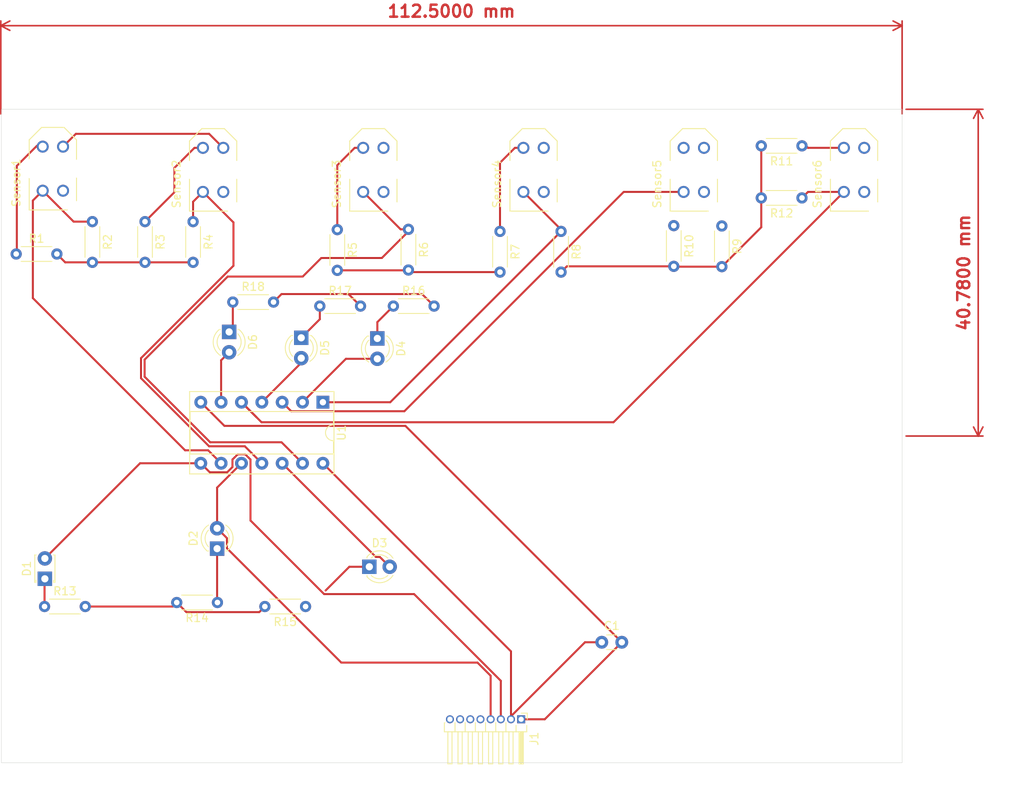
<source format=kicad_pcb>
(kicad_pcb (version 20240108) (generator "pcbnew") (generator_version "8.0")
  (layers (0 "F.Cu" signal) (31 "B.Cu" signal) (34 "B.Paste" user) (35 "F.Paste" user) (36 "B.SilkS" user "B.Silkscreen") (37 "F.SilkS" user "F.Silkscreen") (38 "B.Mask" user) (39 "F.Mask" user) (44 "Edge.Cuts" user))
  (net 0 "")
  (net 1 "vcc")
  (net 2 "GND")
  (net 3 "Net-(D1-K)")
  (net 4 "/Led_Sensor1")
  (net 5 "Net-(D2-K)")
  (net 6 "/Led_Sensor2")
  (net 7 "/Led_Sensor3")
  (net 8 "Net-(D3-K)")
  (net 9 "/Led_Sensor4")
  (net 10 "Net-(D4-K)")
  (net 11 "/Led_Sensor5")
  (net 12 "Net-(D5-K)")
  (net 13 "/Led_Sensor6")
  (net 14 "Net-(D6-K)")
  (net 15 "Net-(R1-Pad1)")
  (net 16 "/Sensor1")
  (net 17 "Net-(R3-Pad1)")
  (net 18 "/Sensor2")
  (net 19 "Net-(R5-Pad1)")
  (net 20 "/Sensor3")
  (net 21 "Net-(R7-Pad1)")
  (net 22 "/Sensor4")
  (net 23 "Net-(R9-Pad1)")
  (net 24 "/Sensor5")
  (net 25 "Net-(R11-Pad1)")
  (net 26 "/Sensor6")
  (footprint "Resistor_THT:R_Axial_DIN0204_L3.6mm_D1.6mm_P5.08mm_Horizontal" (layer "F.Cu") (at 138.43 43.18 -90)
    (property "Reference" "R8" (at 2.54 -1.92 90) (layer "F.SilkS"))
    (property "Value" "R")
    (fp_line (start 0.62 0.92) (end 4.46 0.92) (stroke (width 0.12)) (layer "F.SilkS"))
    (fp_line (start 0.62 -0.92) (end 4.46 -0.92) (stroke (width 0.12)) (layer "F.SilkS"))
    (pad "1" thru_hole circle (at 0 0 270) (size 1.4 1.4) (drill 0.7) (layers "*.Cu" "*.Mask") (net 22 "/Sensor4"))
    (pad "2" thru_hole oval (at 5.08 0 270) (size 1.4 1.4) (drill 0.7) (layers "*.Cu" "*.Mask") (net 1 "vcc"))
  )
  (footprint "Connector_PinHeader_1.27mm:PinHeader_1x08_P1.27mm_Horizontal" (layer "F.Cu") (at 133.45 104.075 -90)
    (property "Reference" "J1" (at 2.4325 -1.635 90) (layer "F.SilkS"))
    (property "Value" "Conn_01x08_Pin")
    (fp_line (start 0.44 9.585) (end 0.44 9.509677) (stroke (width 0.12)) (layer "F.SilkS"))
    (fp_line (start 1.56 9.585) (end 0.44 9.585) (stroke (width 0.12)) (layer "F.SilkS"))
    (fp_line (start 5.56 9.15) (end 1.56 9.15) (stroke (width 0.12)) (layer "F.SilkS"))
    (fp_line (start 1.56 8.63) (end 5.56 8.63) (stroke (width 0.12)) (layer "F.SilkS"))
    (fp_line (start 5.56 8.63) (end 5.56 9.15) (stroke (width 0.12)) (layer "F.SilkS"))
    (fp_line (start 0.44 8.255) (end 1.56 8.255) (stroke (width 0.12)) (layer "F.SilkS"))
    (fp_line (start 0.44 8.239677) (end 0.44 8.270323) (stroke (width 0.12)) (layer "F.SilkS"))
    (fp_line (start 5.56 7.88) (end 1.56 7.88) (stroke (width 0.12)) (layer "F.SilkS"))
    (fp_line (start 1.56 7.36) (end 5.56 7.36) (stroke (width 0.12)) (layer "F.SilkS"))
    (fp_line (start 5.56 7.36) (end 5.56 7.88) (stroke (width 0.12)) (layer "F.SilkS"))
    (fp_line (start 0.44 6.985) (end 1.56 6.985) (stroke (width 0.12)) (layer "F.SilkS"))
    (fp_line (start 0.44 6.969677) (end 0.44 7.000323) (stroke (width 0.12)) (layer "F.SilkS"))
    (fp_line (start 5.56 6.61) (end 1.56 6.61) (stroke (width 0.12)) (layer "F.SilkS"))
    (fp_line (start 1.56 6.09) (end 5.56 6.09) (stroke (width 0.12)) (layer "F.SilkS"))
    (fp_line (start 5.56 6.09) (end 5.56 6.61) (stroke (width 0.12)) (layer "F.SilkS"))
    (fp_line (start 0.44 5.715) (end 1.56 5.715) (stroke (width 0.12)) (layer "F.SilkS"))
    (fp_line (start 0.44 5.699677) (end 0.44 5.730323) (stroke (width 0.12)) (layer "F.SilkS"))
    (fp_line (start 5.56 5.34) (end 1.56 5.34) (stroke (width 0.12)) (layer "F.SilkS"))
    (fp_line (start 1.56 4.82) (end 5.56 4.82) (stroke (width 0.12)) (layer "F.SilkS"))
    (fp_line (start 5.56 4.82) (end 5.56 5.34) (stroke (width 0.12)) (layer "F.SilkS"))
    (fp_line (start 0.44 4.445) (end 1.56 4.445) (stroke (width 0.12)) (layer "F.SilkS"))
    (fp_line (start 0.44 4.429677) (end 0.44 4.460323) (stroke (width 0.12)) (layer "F.SilkS"))
    (fp_line (start 5.56 4.07) (end 1.56 4.07) (stroke (width 0.12)) (layer "F.SilkS"))
    (fp_line (start 1.56 3.55) (end 5.56 3.55) (stroke (width 0.12)) (layer "F.SilkS"))
    (fp_line (start 5.56 3.55) (end 5.56 4.07) (stroke (width 0.12)) (layer "F.SilkS"))
    (fp_line (start 0.44 3.175) (end 1.56 3.175) (stroke (width 0.12)) (layer "F.SilkS"))
    (fp_line (start 0.44 3.159677) (end 0.44 3.190323) (stroke (width 0.12)) (layer "F.SilkS"))
    (fp_line (start 5.56 2.8) (end 1.56 2.8) (stroke (width 0.12)) (layer "F.SilkS"))
    (fp_line (start 1.56 2.28) (end 5.56 2.28) (stroke (width 0.12)) (layer "F.SilkS"))
    (fp_line (start 5.56 2.28) (end 5.56 2.8) (stroke (width 0.12)) (layer "F.SilkS"))
    (fp_line (start 0.44 1.905) (end 1.56 1.905) (stroke (width 0.12)) (layer "F.SilkS"))
    (fp_line (start 0.44 1.889677) (end 0.44 1.920323) (stroke (width 0.12)) (layer "F.SilkS"))
    (fp_line (start 5.56 1.53) (end 1.56 1.53) (stroke (width 0.12)) (layer "F.SilkS"))
    (fp_line (start 1.56 1.01) (end 5.56 1.01) (stroke (width 0.12)) (layer "F.SilkS"))
    (fp_line (start 5.56 1.01) (end 5.56 1.53) (stroke (width 0.12)) (layer "F.SilkS"))
    (fp_line (start 0.76 0.635) (end 1.56 0.635) (stroke (width 0.12)) (layer "F.SilkS"))
    (fp_line (start 5.56 0.26) (end 1.56 0.26) (stroke (width 0.12)) (layer "F.SilkS"))
    (fp_line (start 1.56 0.16) (end 5.56 0.16) (stroke (width 0.12)) (layer "F.SilkS"))
    (fp_line (start 1.56 0.04) (end 5.56 0.04) (stroke (width 0.12)) (layer "F.SilkS"))
    (fp_line (start -0.76 0) (end -0.76 -0.76) (stroke (width 0.12)) (layer "F.SilkS"))
    (fp_line (start 1.56 -0.08) (end 5.56 -0.08) (stroke (width 0.12)) (layer "F.SilkS"))
    (fp_line (start 1.56 -0.2) (end 5.56 -0.2) (stroke (width 0.12)) (layer "F.SilkS"))
    (fp_line (start 1.56 -0.26) (end 5.56 -0.26) (stroke (width 0.12)) (layer "F.SilkS"))
    (fp_line (start 5.56 -0.26) (end 5.56 0.26) (stroke (width 0.12)) (layer "F.SilkS"))
    (fp_line (start 0.76 -0.695) (end 1.56 -0.695) (stroke (width 0.12)) (layer "F.SilkS"))
    (fp_line (start 1.56 -0.695) (end 1.56 9.585) (stroke (width 0.12)) (layer "F.SilkS"))
    (fp_line (start -0.76 -0.76) (end 0 -0.76) (stroke (width 0.12)) (layer "F.SilkS"))
    (pad "1" thru_hole rect (at 0 0 270) (size 1 1) (drill 0.65) (layers "*.Cu" "*.Mask") (net 2 "GND"))
    (pad "2" thru_hole oval (at 0 1.27 270) (size 1 1) (drill 0.65) (layers "*.Cu" "*.Mask") (net 1 "vcc"))
    (pad "3" thru_hole oval (at 0 2.54 270) (size 1 1) (drill 0.65) (layers "*.Cu" "*.Mask") (net 4 "/Led_Sensor1"))
    (pad "4" thru_hole oval (at 0 3.81 270) (size 1 1) (drill 0.65) (layers "*.Cu" "*.Mask") (net 6 "/Led_Sensor2"))
    (pad "5" thru_hole oval (at 0 5.08 270) (size 1 1) (drill 0.65) (layers "*.Cu" "*.Mask") (net 7 "/Led_Sensor3"))
    (pad "6" thru_hole oval (at 0 6.35 270) (size 1 1) (drill 0.65) (layers "*.Cu" "*.Mask") (net 9 "/Led_Sensor4"))
    (pad "7" thru_hole oval (at 0 7.62 270) (size 1 1) (drill 0.65) (layers "*.Cu" "*.Mask") (net 11 "/Led_Sensor5"))
    (pad "8" thru_hole oval (at 0 8.89 270) (size 1 1) (drill 0.65) (layers "*.Cu" "*.Mask") (net 13 "/Led_Sensor6"))
  )
  (footprint "TCRT5000:OPTO_TCRT5000" (layer "F.Cu") (at 115 35.5 90)
    (property "Reference" "Sensor3" (at -1.76355 -4.57476 90) (layer "F.SilkS") (effects (font (size 1.004126 1.004126))))
    (property "Value" "TCRT5000")
    (fp_line (start 3.6 -2.95) (end 1.17 -2.95) (stroke (width 0.127)) (layer "F.SilkS"))
    (fp_line (start 3.6 -2.95) (end 5.15 -1.4) (stroke (width 0.127)) (layer "F.SilkS"))
    (fp_line (start -5.15 -2.95) (end -1.17 -2.95) (stroke (width 0.127)) (layer "F.SilkS"))
    (fp_line (start 5.15 1.4) (end 5.15 -1.4) (stroke (width 0.127)) (layer "F.SilkS"))
    (fp_line (start -5.15 1.8) (end -5.15 -2.95) (stroke (width 0.127)) (layer "F.SilkS"))
    (fp_line (start 3.6 2.95) (end 5.15 1.4) (stroke (width 0.127)) (layer "F.SilkS"))
    (fp_line (start 1.17 2.95) (end 3.6 2.95) (stroke (width 0.127)) (layer "F.SilkS"))
    (fp_line (start -4 2.95) (end -1.17 2.95) (stroke (width 0.127)) (layer "F.SilkS"))
    (pad "" np_thru_hole circle (at -4.65 2.45 90) (size 1 1) (drill 1) (layers "*.Cu" "*.Mask"))
    (pad "" np_thru_hole circle (at 0 -1.9 90) (size 2.5 2.5) (drill 2.5) (layers "*.Cu" "*.Mask"))
    (pad "" np_thru_hole circle (at 0 1.9 90) (size 2.5 2.5) (drill 2.5) (layers "*.Cu" "*.Mask"))
    (pad "A" thru_hole circle (at 2.75 -1.27 90) (size 1.5 1.5) (drill 1) (layers "*.Cu" "*.Mask") (net 19 "Net-(R5-Pad1)"))
    (pad "CATH" thru_hole circle (at 2.75 1.27 90) (size 1.5 1.5) (drill 1) (layers "*.Cu" "*.Mask") (net 2 "GND"))
    (pad "COLL" thru_hole circle (at -2.75 -1.27 90) (size 1.5 1.5) (drill 1) (layers "*.Cu" "*.Mask") (net 20 "/Sensor3"))
    (pad "E" thru_hole circle (at -2.75 1.27 90) (size 1.5 1.5) (drill 1) (layers "*.Cu" "*.Mask") (net 2 "GND"))
  )
  (footprint "TCRT5000:OPTO_TCRT5000" (layer "F.Cu") (at 95 35.5 90)
    (property "Reference" "Sensor2" (at -1.76355 -4.57476 90) (layer "F.SilkS") (effects (font (size 1.004126 1.004126))))
    (property "Value" "TCRT5000")
    (fp_line (start 3.6 -2.95) (end 1.17 -2.95) (stroke (width 0.127)) (layer "F.SilkS"))
    (fp_line (start 3.6 -2.95) (end 5.15 -1.4) (stroke (width 0.127)) (layer "F.SilkS"))
    (fp_line (start -5.15 -2.95) (end -1.17 -2.95) (stroke (width 0.127)) (layer "F.SilkS"))
    (fp_line (start 5.15 1.4) (end 5.15 -1.4) (stroke (width 0.127)) (layer "F.SilkS"))
    (fp_line (start -5.15 1.8) (end -5.15 -2.95) (stroke (width 0.127)) (layer "F.SilkS"))
    (fp_line (start 3.6 2.95) (end 5.15 1.4) (stroke (width 0.127)) (layer "F.SilkS"))
    (fp_line (start 1.17 2.95) (end 3.6 2.95) (stroke (width 0.127)) (layer "F.SilkS"))
    (fp_line (start -4 2.95) (end -1.17 2.95) (stroke (width 0.127)) (layer "F.SilkS"))
    (pad "" np_thru_hole circle (at -4.65 2.45 90) (size 1 1) (drill 1) (layers "*.Cu" "*.Mask"))
    (pad "" np_thru_hole circle (at 0 -1.9 90) (size 2.5 2.5) (drill 2.5) (layers "*.Cu" "*.Mask"))
    (pad "" np_thru_hole circle (at 0 1.9 90) (size 2.5 2.5) (drill 2.5) (layers "*.Cu" "*.Mask"))
    (pad "A" thru_hole circle (at 2.75 -1.27 90) (size 1.5 1.5) (drill 1) (layers "*.Cu" "*.Mask") (net 17 "Net-(R3-Pad1)"))
    (pad "CATH" thru_hole circle (at 2.75 1.27 90) (size 1.5 1.5) (drill 1) (layers "*.Cu" "*.Mask") (net 2 "GND"))
    (pad "COLL" thru_hole circle (at -2.75 -1.27 90) (size 1.5 1.5) (drill 1) (layers "*.Cu" "*.Mask") (net 18 "/Sensor2"))
    (pad "E" thru_hole circle (at -2.75 1.27 90) (size 1.5 1.5) (drill 1) (layers "*.Cu" "*.Mask") (net 2 "GND"))
  )
  (footprint "Resistor_THT:R_Axial_DIN0204_L3.6mm_D1.6mm_P5.08mm_Horizontal" (layer "F.Cu") (at 106.54 90 180)
    (property "Reference" "R15" (at 2.54 -1.92 0) (layer "F.SilkS"))
    (property "Value" "R")
    (fp_line (start 0.62 0.92) (end 4.46 0.92) (stroke (width 0.12)) (layer "F.SilkS"))
    (fp_line (start 0.62 -0.92) (end 4.46 -0.92) (stroke (width 0.12)) (layer "F.SilkS"))
    (pad "1" thru_hole circle (at 0 0 180) (size 1.4 1.4) (drill 0.7) (layers "*.Cu" "*.Mask") (net 8 "Net-(D3-K)"))
    (pad "2" thru_hole oval (at 5.08 0 180) (size 1.4 1.4) (drill 0.7) (layers "*.Cu" "*.Mask") (net 2 "GND"))
  )
  (footprint "Resistor_THT:R_Axial_DIN0204_L3.6mm_D1.6mm_P5.08mm_Horizontal" (layer "F.Cu") (at 130.81 43.18 -90)
    (property "Reference" "R7" (at 2.54 -1.92 90) (layer "F.SilkS"))
    (property "Value" "R")
    (fp_line (start 0.62 0.92) (end 4.46 0.92) (stroke (width 0.12)) (layer "F.SilkS"))
    (fp_line (start 0.62 -0.92) (end 4.46 -0.92) (stroke (width 0.12)) (layer "F.SilkS"))
    (pad "1" thru_hole circle (at 0 0 270) (size 1.4 1.4) (drill 0.7) (layers "*.Cu" "*.Mask") (net 21 "Net-(R7-Pad1)"))
    (pad "2" thru_hole oval (at 5.08 0 270) (size 1.4 1.4) (drill 0.7) (layers "*.Cu" "*.Mask") (net 1 "vcc"))
  )
  (footprint "TCRT5000:OPTO_TCRT5000" (layer "F.Cu") (at 175 35.5 90)
    (property "Reference" "Sensor6" (at -1.76355 -4.57476 90) (layer "F.SilkS") (effects (font (size 1.004126 1.004126))))
    (property "Value" "TCRT5000")
    (fp_line (start 3.6 -2.95) (end 1.17 -2.95) (stroke (width 0.127)) (layer "F.SilkS"))
    (fp_line (start 3.6 -2.95) (end 5.15 -1.4) (stroke (width 0.127)) (layer "F.SilkS"))
    (fp_line (start -5.15 -2.95) (end -1.17 -2.95) (stroke (width 0.127)) (layer "F.SilkS"))
    (fp_line (start 5.15 1.4) (end 5.15 -1.4) (stroke (width 0.127)) (layer "F.SilkS"))
    (fp_line (start -5.15 1.8) (end -5.15 -2.95) (stroke (width 0.127)) (layer "F.SilkS"))
    (fp_line (start 3.6 2.95) (end 5.15 1.4) (stroke (width 0.127)) (layer "F.SilkS"))
    (fp_line (start 1.17 2.95) (end 3.6 2.95) (stroke (width 0.127)) (layer "F.SilkS"))
    (fp_line (start -4 2.95) (end -1.17 2.95) (stroke (width 0.127)) (layer "F.SilkS"))
    (pad "" np_thru_hole circle (at -4.65 2.45 90) (size 1 1) (drill 1) (layers "*.Cu" "*.Mask"))
    (pad "" np_thru_hole circle (at 0 -1.9 90) (size 2.5 2.5) (drill 2.5) (layers "*.Cu" "*.Mask"))
    (pad "" np_thru_hole circle (at 0 1.9 90) (size 2.5 2.5) (drill 2.5) (layers "*.Cu" "*.Mask"))
    (pad "A" thru_hole circle (at 2.75 -1.27 90) (size 1.5 1.5) (drill 1) (layers "*.Cu" "*.Mask") (net 25 "Net-(R11-Pad1)"))
    (pad "CATH" thru_hole circle (at 2.75 1.27 90) (size 1.5 1.5) (drill 1) (layers "*.Cu" "*.Mask") (net 2 "GND"))
    (pad "COLL" thru_hole circle (at -2.75 -1.27 90) (size 1.5 1.5) (drill 1) (layers "*.Cu" "*.Mask") (net 26 "/Sensor6"))
    (pad "E" thru_hole circle (at -2.75 1.27 90) (size 1.5 1.5) (drill 1) (layers "*.Cu" "*.Mask") (net 2 "GND"))
  )
  (footprint "LED_THT:LED_D3.0mm" (layer "F.Cu") (at 95.5 82.775 90)
    (property "Reference" "D2" (at 1.27 -2.96 90) (layer "F.SilkS"))
    (property "Value" "LED")
    (fp_line (start -0.29 -1.236) (end -0.29 -1.08) (stroke (width 0.12)) (layer "F.SilkS"))
    (fp_line (start -0.29 1.08) (end -0.29 1.236) (stroke (width 0.12)) (layer "F.SilkS"))
    (fp_arc (start -0.29 -1.235516) (mid 1.366487 -1.987659) (end 2.942335 -1.078608) (stroke (width 0.12)) (layer "F.SilkS"))
    (fp_arc (start 0.229039 -1.08) (mid 1.270117 -1.5) (end 2.31113 -1.079837) (stroke (width 0.12)) (layer "F.SilkS"))
    (fp_arc (start 2.942335 1.078608) (mid 1.366487 1.987659) (end -0.29 1.235516) (stroke (width 0.12)) (layer "F.SilkS"))
    (fp_arc (start 2.31113 1.079837) (mid 1.270117 1.5) (end 0.229039 1.08) (stroke (width 0.12)) (layer "F.SilkS"))
    (pad "1" thru_hole rect (at 0 0 90) (size 1.8 1.8) (drill 0.9) (layers "*.Cu" "*.Mask") (net 5 "Net-(D2-K)"))
    (pad "2" thru_hole circle (at 2.54 0 90) (size 1.8 1.8) (drill 0.9) (layers "*.Cu" "*.Mask") (net 6 "/Led_Sensor2"))
  )
  (footprint "Resistor_THT:R_Axial_DIN0204_L3.6mm_D1.6mm_P5.08mm_Horizontal" (layer "F.Cu") (at 97.46 52)
    (property "Reference" "R18" (at 2.54 -1.92 0) (layer "F.SilkS"))
    (property "Value" "R")
    (fp_line (start 0.62 -0.92) (end 4.46 -0.92) (stroke (width 0.12)) (layer "F.SilkS"))
    (fp_line (start 0.62 0.92) (end 4.46 0.92) (stroke (width 0.12)) (layer "F.SilkS"))
    (pad "1" thru_hole circle (at 0 0) (size 1.4 1.4) (drill 0.7) (layers "*.Cu" "*.Mask") (net 14 "Net-(D6-K)"))
    (pad "2" thru_hole oval (at 5.08 0) (size 1.4 1.4) (drill 0.7) (layers "*.Cu" "*.Mask") (net 2 "GND"))
  )
  (footprint "Resistor_THT:R_Axial_DIN0204_L3.6mm_D1.6mm_P5.08mm_Horizontal" (layer "F.Cu") (at 119.38 42.92 -90)
    (property "Reference" "R6" (at 2.54 -1.92 90) (layer "F.SilkS"))
    (property "Value" "R")
    (fp_line (start 0.62 0.92) (end 4.46 0.92) (stroke (width 0.12)) (layer "F.SilkS"))
    (fp_line (start 0.62 -0.92) (end 4.46 -0.92) (stroke (width 0.12)) (layer "F.SilkS"))
    (pad "1" thru_hole circle (at 0 0 270) (size 1.4 1.4) (drill 0.7) (layers "*.Cu" "*.Mask") (net 20 "/Sensor3"))
    (pad "2" thru_hole oval (at 5.08 0 270) (size 1.4 1.4) (drill 0.7) (layers "*.Cu" "*.Mask") (net 1 "vcc"))
  )
  (footprint "LED_THT:LED_D3.0mm" (layer "F.Cu") (at 114.5 85.04)
    (property "Reference" "D3" (at 1.27 -2.96 0) (layer "F.SilkS"))
    (property "Value" "LED")
    (fp_line (start -0.29 -1.236) (end -0.29 -1.08) (stroke (width 0.12)) (layer "F.SilkS"))
    (fp_line (start -0.29 1.08) (end -0.29 1.236) (stroke (width 0.12)) (layer "F.SilkS"))
    (fp_arc (start -0.29 -1.235516) (mid 1.366487 -1.987659) (end 2.942335 -1.078608) (stroke (width 0.12)) (layer "F.SilkS"))
    (fp_arc (start 0.229039 -1.08) (mid 1.270117 -1.5) (end 2.31113 -1.079837) (stroke (width 0.12)) (layer "F.SilkS"))
    (fp_arc (start 2.31113 1.079837) (mid 1.270117 1.5) (end 0.229039 1.08) (stroke (width 0.12)) (layer "F.SilkS"))
    (fp_arc (start 2.942335 1.078608) (mid 1.366487 1.987659) (end -0.29 1.235516) (stroke (width 0.12)) (layer "F.SilkS"))
    (pad "1" thru_hole rect (at 0 0) (size 1.8 1.8) (drill 0.9) (layers "*.Cu" "*.Mask") (net 8 "Net-(D3-K)"))
    (pad "2" thru_hole circle (at 2.54 0) (size 1.8 1.8) (drill 0.9) (layers "*.Cu" "*.Mask") (net 7 "/Led_Sensor3"))
  )
  (footprint "LED_THT:LED_D3.0mm" (layer "F.Cu") (at 97 55.725 -90)
    (property "Reference" "D6" (at 1.27 -2.96 90) (layer "F.SilkS"))
    (property "Value" "LED")
    (fp_line (start -0.29 1.08) (end -0.29 1.236) (stroke (width 0.12)) (layer "F.SilkS"))
    (fp_line (start -0.29 -1.236) (end -0.29 -1.08) (stroke (width 0.12)) (layer "F.SilkS"))
    (fp_arc (start 2.31113 1.079837) (mid 1.270117 1.5) (end 0.229039 1.08) (stroke (width 0.12)) (layer "F.SilkS"))
    (fp_arc (start 2.942335 1.078608) (mid 1.366487 1.987659) (end -0.29 1.235516) (stroke (width 0.12)) (layer "F.SilkS"))
    (fp_arc (start 0.229039 -1.08) (mid 1.270117 -1.5) (end 2.31113 -1.079837) (stroke (width 0.12)) (layer "F.SilkS"))
    (fp_arc (start -0.29 -1.235516) (mid 1.366487 -1.987659) (end 2.942335 -1.078608) (stroke (width 0.12)) (layer "F.SilkS"))
    (pad "1" thru_hole rect (at 0 0 270) (size 1.8 1.8) (drill 0.9) (layers "*.Cu" "*.Mask") (net 14 "Net-(D6-K)"))
    (pad "2" thru_hole circle (at 2.54 0 270) (size 1.8 1.8) (drill 0.9) (layers "*.Cu" "*.Mask") (net 13 "/Led_Sensor6"))
  )
  (footprint "Resistor_THT:R_Axial_DIN0204_L3.6mm_D1.6mm_P5.08mm_Horizontal" (layer "F.Cu") (at 73.96 90)
    (property "Reference" "R13" (at 2.54 -1.92 0) (layer "F.SilkS"))
    (property "Value" "R")
    (fp_line (start 0.62 -0.92) (end 4.46 -0.92) (stroke (width 0.12)) (layer "F.SilkS"))
    (fp_line (start 0.62 0.92) (end 4.46 0.92) (stroke (width 0.12)) (layer "F.SilkS"))
    (pad "1" thru_hole circle (at 0 0) (size 1.4 1.4) (drill 0.7) (layers "*.Cu" "*.Mask") (net 3 "Net-(D1-K)"))
    (pad "2" thru_hole oval (at 5.08 0) (size 1.4 1.4) (drill 0.7) (layers "*.Cu" "*.Mask") (net 2 "GND"))
  )
  (footprint "Resistor_THT:R_Axial_DIN0204_L3.6mm_D1.6mm_P5.08mm_Horizontal" (layer "F.Cu") (at 86.5 41.96 -90)
    (property "Reference" "R3" (at 2.54 -1.92 90) (layer "F.SilkS"))
    (property "Value" "R")
    (fp_line (start 0.62 0.92) (end 4.46 0.92) (stroke (width 0.12)) (layer "F.SilkS"))
    (fp_line (start 0.62 -0.92) (end 4.46 -0.92) (stroke (width 0.12)) (layer "F.SilkS"))
    (pad "1" thru_hole circle (at 0 0 270) (size 1.4 1.4) (drill 0.7) (layers "*.Cu" "*.Mask") (net 17 "Net-(R3-Pad1)"))
    (pad "2" thru_hole oval (at 5.08 0 270) (size 1.4 1.4) (drill 0.7) (layers "*.Cu" "*.Mask") (net 1 "vcc"))
  )
  (footprint "LED_THT:LED_D3.0mm" (layer "F.Cu") (at 115.5 56.54 -90)
    (property "Reference" "D4" (at 1.27 -2.96 90) (layer "F.SilkS"))
    (property "Value" "LED")
    (fp_line (start -0.29 1.08) (end -0.29 1.236) (stroke (width 0.12)) (layer "F.SilkS"))
    (fp_line (start -0.29 -1.236) (end -0.29 -1.08) (stroke (width 0.12)) (layer "F.SilkS"))
    (fp_arc (start 2.31113 1.079837) (mid 1.270117 1.5) (end 0.229039 1.08) (stroke (width 0.12)) (layer "F.SilkS"))
    (fp_arc (start 2.942335 1.078608) (mid 1.366487 1.987659) (end -0.29 1.235516) (stroke (width 0.12)) (layer "F.SilkS"))
    (fp_arc (start 0.229039 -1.08) (mid 1.270117 -1.5) (end 2.31113 -1.079837) (stroke (width 0.12)) (layer "F.SilkS"))
    (fp_arc (start -0.29 -1.235516) (mid 1.366487 -1.987659) (end 2.942335 -1.078608) (stroke (width 0.12)) (layer "F.SilkS"))
    (pad "1" thru_hole rect (at 0 0 270) (size 1.8 1.8) (drill 0.9) (layers "*.Cu" "*.Mask") (net 10 "Net-(D4-K)"))
    (pad "2" thru_hole circle (at 2.54 0 270) (size 1.8 1.8) (drill 0.9) (layers "*.Cu" "*.Mask") (net 9 "/Led_Sensor4"))
  )
  (footprint "Resistor_THT:R_Axial_DIN0204_L3.6mm_D1.6mm_P5.08mm_Horizontal" (layer "F.Cu") (at 108.32 52.5)
    (property "Reference" "R17" (at 2.54 -1.92 0) (layer "F.SilkS"))
    (property "Value" "R")
    (fp_line (start 0.62 -0.92) (end 4.46 -0.92) (stroke (width 0.12)) (layer "F.SilkS"))
    (fp_line (start 0.62 0.92) (end 4.46 0.92) (stroke (width 0.12)) (layer "F.SilkS"))
    (pad "1" thru_hole circle (at 0 0) (size 1.4 1.4) (drill 0.7) (layers "*.Cu" "*.Mask") (net 12 "Net-(D5-K)"))
    (pad "2" thru_hole oval (at 5.08 0) (size 1.4 1.4) (drill 0.7) (layers "*.Cu" "*.Mask") (net 2 "GND"))
  )
  (footprint "Resistor_THT:R_Axial_DIN0204_L3.6mm_D1.6mm_P5.08mm_Horizontal" (layer "F.Cu") (at 152.5 42.46 -90)
    (property "Reference" "R10" (at 2.54 -1.92 90) (layer "F.SilkS"))
    (property "Value" "R")
    (fp_line (start 0.62 0.92) (end 4.46 0.92) (stroke (width 0.12)) (layer "F.SilkS"))
    (fp_line (start 0.62 -0.92) (end 4.46 -0.92) (stroke (width 0.12)) (layer "F.SilkS"))
    (pad "1" thru_hole circle (at 0 0 270) (size 1.4 1.4) (drill 0.7) (layers "*.Cu" "*.Mask") (net 24 "/Sensor5"))
    (pad "2" thru_hole oval (at 5.08 0 270) (size 1.4 1.4) (drill 0.7) (layers "*.Cu" "*.Mask") (net 1 "vcc"))
  )
  (footprint "Resistor_THT:R_Axial_DIN0204_L3.6mm_D1.6mm_P5.08mm_Horizontal" (layer "F.Cu") (at 95.54 89.5 180)
    (property "Reference" "R14" (at 2.54 -1.92 0) (layer "F.SilkS"))
    (property "Value" "R")
    (fp_line (start 0.62 0.92) (end 4.46 0.92) (stroke (width 0.12)) (layer "F.SilkS"))
    (fp_line (start 0.62 -0.92) (end 4.46 -0.92) (stroke (width 0.12)) (layer "F.SilkS"))
    (pad "1" thru_hole circle (at 0 0 180) (size 1.4 1.4) (drill 0.7) (layers "*.Cu" "*.Mask") (net 5 "Net-(D2-K)"))
    (pad "2" thru_hole oval (at 5.08 0 180) (size 1.4 1.4) (drill 0.7) (layers "*.Cu" "*.Mask") (net 2 "GND"))
  )
  (footprint "Resistor_THT:R_Axial_DIN0204_L3.6mm_D1.6mm_P5.08mm_Horizontal" (layer "F.Cu") (at 117.5 52.5)
    (property "Reference" "R16" (at 2.54 -1.92 0) (layer "F.SilkS"))
    (property "Value" "R")
    (fp_line (start 0.62 -0.92) (end 4.46 -0.92) (stroke (width 0.12)) (layer "F.SilkS"))
    (fp_line (start 0.62 0.92) (end 4.46 0.92) (stroke (width 0.12)) (layer "F.SilkS"))
    (pad "1" thru_hole circle (at 0 0) (size 1.4 1.4) (drill 0.7) (layers "*.Cu" "*.Mask") (net 10 "Net-(D4-K)"))
    (pad "2" thru_hole oval (at 5.08 0) (size 1.4 1.4) (drill 0.7) (layers "*.Cu" "*.Mask") (net 2 "GND"))
  )
  (footprint "Resistor_THT:R_Axial_DIN0204_L3.6mm_D1.6mm_P5.08mm_Horizontal" (layer "F.Cu") (at 79.92981 41.96 -90)
    (property "Reference" "R2" (at 2.54 -1.92 90) (layer "F.SilkS"))
    (property "Value" "R")
    (fp_line (start 0.62 0.92) (end 4.46 0.92) (stroke (width 0.12)) (layer "F.SilkS"))
    (fp_line (start 0.62 -0.92) (end 4.46 -0.92) (stroke (width 0.12)) (layer "F.SilkS"))
    (pad "1" thru_hole circle (at 0 0 270) (size 1.4 1.4) (drill 0.7) (layers "*.Cu" "*.Mask") (net 16 "/Sensor1"))
    (pad "2" thru_hole oval (at 5.08 0 270) (size 1.4 1.4) (drill 0.7) (layers "*.Cu" "*.Mask") (net 1 "vcc"))
  )
  (footprint "Resistor_THT:R_Axial_DIN0204_L3.6mm_D1.6mm_P5.08mm_Horizontal" (layer "F.Cu") (at 110.5 42.96 -90)
    (property "Reference" "R5" (at 2.54 -1.92 90) (layer "F.SilkS"))
    (property "Value" "R")
    (fp_line (start 0.62 0.92) (end 4.46 0.92) (stroke (width 0.12)) (layer "F.SilkS"))
    (fp_line (start 0.62 -0.92) (end 4.46 -0.92) (stroke (width 0.12)) (layer "F.SilkS"))
    (pad "1" thru_hole circle (at 0 0 270) (size 1.4 1.4) (drill 0.7) (layers "*.Cu" "*.Mask") (net 19 "Net-(R5-Pad1)"))
    (pad "2" thru_hole oval (at 5.08 0 270) (size 1.4 1.4) (drill 0.7) (layers "*.Cu" "*.Mask") (net 1 "vcc"))
  )
  (footprint "TCRT5000:OPTO_TCRT5000" (layer "F.Cu") (at 155 35.5 90)
    (property "Reference" "Sensor5" (at -1.76355 -4.57476 90) (layer "F.SilkS") (effects (font (size 1.004126 1.004126))))
    (property "Value" "TCRT5000")
    (fp_line (start 3.6 -2.95) (end 1.17 -2.95) (stroke (width 0.127)) (layer "F.SilkS"))
    (fp_line (start 3.6 -2.95) (end 5.15 -1.4) (stroke (width 0.127)) (layer "F.SilkS"))
    (fp_line (start -5.15 -2.95) (end -1.17 -2.95) (stroke (width 0.127)) (layer "F.SilkS"))
    (fp_line (start 5.15 1.4) (end 5.15 -1.4) (stroke (width 0.127)) (layer "F.SilkS"))
    (fp_line (start -5.15 1.8) (end -5.15 -2.95) (stroke (width 0.127)) (layer "F.SilkS"))
    (fp_line (start 3.6 2.95) (end 5.15 1.4) (stroke (width 0.127)) (layer "F.SilkS"))
    (fp_line (start 1.17 2.95) (end 3.6 2.95) (stroke (width 0.127)) (layer "F.SilkS"))
    (fp_line (start -4 2.95) (end -1.17 2.95) (stroke (width 0.127)) (layer "F.SilkS"))
    (pad "" np_thru_hole circle (at -4.65 2.45 90) (size 1 1) (drill 1) (layers "*.Cu" "*.Mask"))
    (pad "" np_thru_hole circle (at 0 -1.9 90) (size 2.5 2.5) (drill 2.5) (layers "*.Cu" "*.Mask"))
    (pad "" np_thru_hole circle (at 0 1.9 90) (size 2.5 2.5) (drill 2.5) (layers "*.Cu" "*.Mask"))
    (pad "A" thru_hole circle (at 2.75 -1.27 90) (size 1.5 1.5) (drill 1) (layers "*.Cu" "*.Mask") (net 23 "Net-(R9-Pad1)"))
    (pad "CATH" thru_hole circle (at 2.75 1.27 90) (size 1.5 1.5) (drill 1) (layers "*.Cu" "*.Mask") (net 2 "GND"))
    (pad "COLL" thru_hole circle (at -2.75 -1.27 90) (size 1.5 1.5) (drill 1) (layers "*.Cu" "*.Mask") (net 24 "/Sensor5"))
    (pad "E" thru_hole circle (at -2.75 1.27 90) (size 1.5 1.5) (drill 1) (layers "*.Cu" "*.Mask") (net 2 "GND"))
  )
  (footprint "Resistor_THT:R_Axial_DIN0204_L3.6mm_D1.6mm_P5.08mm_Horizontal" (layer "F.Cu") (at 92.5 41.96 -90)
    (property "Reference" "R4" (at 2.54 -1.92 90) (layer "F.SilkS"))
    (property "Value" "R")
    (fp_line (start 0.62 0.92) (end 4.46 0.92) (stroke (width 0.12)) (layer "F.SilkS"))
    (fp_line (start 0.62 -0.92) (end 4.46 -0.92) (stroke (width 0.12)) (layer "F.SilkS"))
    (pad "1" thru_hole circle (at 0 0 270) (size 1.4 1.4) (drill 0.7) (layers "*.Cu" "*.Mask") (net 18 "/Sensor2"))
    (pad "2" thru_hole oval (at 5.08 0 270) (size 1.4 1.4) (drill 0.7) (layers "*.Cu" "*.Mask") (net 1 "vcc"))
  )
  (footprint "Package_DIP:DIP-14_W7.62mm_Socket" (layer "F.Cu") (at 108.7 64.5 -90)
    (property "Reference" "U1" (at 3.81 -2.33 90) (layer "F.SilkS"))
    (property "Value" "74HC14DR2G")
    (fp_line (start -1.33 16.63) (end 8.95 16.63) (stroke (width 0.12)) (layer "F.SilkS"))
    (fp_line (start 8.95 16.63) (end 8.95 -1.39) (stroke (width 0.12)) (layer "F.SilkS"))
    (fp_line (start 1.16 16.57) (end 6.46 16.57) (stroke (width 0.12)) (layer "F.SilkS"))
    (fp_line (start 6.46 16.57) (end 6.46 -1.33) (stroke (width 0.12)) (layer "F.SilkS"))
    (fp_line (start 1.16 -1.33) (end 1.16 16.57) (stroke (width 0.12)) (layer "F.SilkS"))
    (fp_line (start 2.81 -1.33) (end 1.16 -1.33) (stroke (width 0.12)) (layer "F.SilkS"))
    (fp_line (start 6.46 -1.33) (end 4.81 -1.33) (stroke (width 0.12)) (layer "F.SilkS"))
    (fp_line (start -1.33 -1.39) (end -1.33 16.63) (stroke (width 0.12)) (layer "F.SilkS"))
    (fp_line (start 8.95 -1.39) (end -1.33 -1.39) (stroke (width 0.12)) (layer "F.SilkS"))
    (fp_arc (start 4.81 -1.33) (mid 3.81 -0.33) (end 2.81 -1.33) (stroke (width 0.12)) (layer "F.SilkS"))
    (pad "1" thru_hole rect (at 0 0 270) (size 1.6 1.6) (drill 0.8) (layers "*.Cu" "*.Mask") (net 22 "/Sensor4"))
    (pad "2" thru_hole oval (at 0 2.54 270) (size 1.6 1.6) (drill 0.8) (layers "*.Cu" "*.Mask") (net 9 "/Led_Sensor4"))
    (pad "3" thru_hole oval (at 0 5.08 270) (size 1.6 1.6) (drill 0.8) (layers "*.Cu" "*.Mask") (net 24 "/Sensor5"))
    (pad "4" thru_hole oval (at 0 7.62 270) (size 1.6 1.6) (drill 0.8) (layers "*.Cu" "*.Mask") (net 11 "/Led_Sensor5"))
    (pad "5" thru_hole oval (at 0 10.16 270) (size 1.6 1.6) (drill 0.8) (layers "*.Cu" "*.Mask") (net 26 "/Sensor6"))
    (pad "6" thru_hole oval (at 0 12.7 270) (size 1.6 1.6) (drill 0.8) (layers "*.Cu" "*.Mask") (net 13 "/Led_Sensor6"))
    (pad "7" thru_hole oval (at 0 15.24 270) (size 1.6 1.6) (drill 0.8) (layers "*.Cu" "*.Mask") (net 2 "GND"))
    (pad "8" thru_hole oval (at 7.62 15.24 270) (size 1.6 1.6) (drill 0.8) (layers "*.Cu" "*.Mask") (net 4 "/Led_Sensor1"))
    (pad "9" thru_hole oval (at 7.62 12.7 270) (size 1.6 1.6) (drill 0.8) (layers "*.Cu" "*.Mask") (net 16 "/Sensor1"))
    (pad "10" thru_hole oval (at 7.62 10.16 270) (size 1.6 1.6) (drill 0.8) (layers "*.Cu" "*.Mask") (net 6 "/Led_Sensor2"))
    (pad "11" thru_hole oval (at 7.62 7.62 270) (size 1.6 1.6) (drill 0.8) (layers "*.Cu" "*.Mask") (net 18 "/Sensor2"))
    (pad "12" thru_hole oval (at 7.62 5.08 270) (size 1.6 1.6) (drill 0.8) (layers "*.Cu" "*.Mask") (net 7 "/Led_Sensor3"))
    (pad "13" thru_hole oval (at 7.62 2.54 270) (size 1.6 1.6) (drill 0.8) (layers "*.Cu" "*.Mask") (net 20 "/Sensor3"))
    (pad "14" thru_hole oval (at 7.62 0 270) (size 1.6 1.6) (drill 0.8) (layers "*.Cu" "*.Mask") (net 1 "vcc"))
  )
  (footprint "Capacitor_THT:C_Disc_D3.0mm_W1.6mm_P2.50mm" (layer "F.Cu") (at 143.51 94.46)
    (property "Reference" "C1" (at 1.25 -2.05 0) (layer "F.SilkS"))
    (property "Value" "C")
    (fp_line (start 0.621 -0.92) (end 1.879 -0.92) (stroke (width 0.12)) (layer "F.SilkS"))
    (fp_line (start 0.621 0.92) (end 1.879 0.92) (stroke (width 0.12)) (layer "F.SilkS"))
    (pad "1" thru_hole circle (at 0 0) (size 1.6 1.6) (drill 0.8) (layers "*.Cu" "*.Mask") (net 1 "vcc"))
    (pad "2" thru_hole circle (at 2.5 0) (size 1.6 1.6) (drill 0.8) (layers "*.Cu" "*.Mask") (net 2 "GND"))
  )
  (footprint "Resistor_THT:R_Axial_DIN0204_L3.6mm_D1.6mm_P5.08mm_Horizontal" (layer "F.Cu") (at 70.42 46)
    (property "Reference" "R1" (at 2.54 -1.92 0) (layer "F.SilkS"))
    (property "Value" "R")
    (fp_line (start 0.62 -0.92) (end 4.46 -0.92) (stroke (width 0.12)) (layer "F.SilkS"))
    (fp_line (start 0.62 0.92) (end 4.46 0.92) (stroke (width 0.12)) (layer "F.SilkS"))
    (pad "1" thru_hole circle (at 0 0) (size 1.4 1.4) (drill 0.7) (layers "*.Cu" "*.Mask") (net 15 "Net-(R1-Pad1)"))
    (pad "2" thru_hole oval (at 5.08 0) (size 1.4 1.4) (drill 0.7) (layers "*.Cu" "*.Mask") (net 1 "vcc"))
  )
  (footprint "LED_THT:LED_D3.0mm" (layer "F.Cu") (at 106 56.46 -90)
    (property "Reference" "D5" (at 1.27 -2.96 90) (layer "F.SilkS"))
    (property "Value" "LED")
    (fp_line (start -0.29 1.08) (end -0.29 1.236) (stroke (width 0.12)) (layer "F.SilkS"))
    (fp_line (start -0.29 -1.236) (end -0.29 -1.08) (stroke (width 0.12)) (layer "F.SilkS"))
    (fp_arc (start 2.31113 1.079837) (mid 1.270117 1.5) (end 0.229039 1.08) (stroke (width 0.12)) (layer "F.SilkS"))
    (fp_arc (start 2.942335 1.078608) (mid 1.366487 1.987659) (end -0.29 1.235516) (stroke (width 0.12)) (layer "F.SilkS"))
    (fp_arc (start 0.229039 -1.08) (mid 1.270117 -1.5) (end 2.31113 -1.079837) (stroke (width 0.12)) (layer "F.SilkS"))
    (fp_arc (start -0.29 -1.235516) (mid 1.366487 -1.987659) (end 2.942335 -1.078608) (stroke (width 0.12)) (layer "F.SilkS"))
    (pad "1" thru_hole rect (at 0 0 270) (size 1.8 1.8) (drill 0.9) (layers "*.Cu" "*.Mask") (net 12 "Net-(D5-K)"))
    (pad "2" thru_hole circle (at 2.54 0 270) (size 1.8 1.8) (drill 0.9) (layers "*.Cu" "*.Mask") (net 11 "/Led_Sensor5"))
  )
  (footprint "Resistor_THT:R_Axial_DIN0204_L3.6mm_D1.6mm_P5.08mm_Horizontal" (layer "F.Cu") (at 158.5 42.5 -90)
    (property "Reference" "R9" (at 2.54 -1.92 90) (layer "F.SilkS"))
    (property "Value" "R")
    (fp_line (start 0.62 0.92) (end 4.46 0.92) (stroke (width 0.12)) (layer "F.SilkS"))
    (fp_line (start 0.62 -0.92) (end 4.46 -0.92) (stroke (width 0.12)) (layer "F.SilkS"))
    (pad "1" thru_hole circle (at 0 0 270) (size 1.4 1.4) (drill 0.7) (layers "*.Cu" "*.Mask") (net 23 "Net-(R9-Pad1)"))
    (pad "2" thru_hole oval (at 5.08 0 270) (size 1.4 1.4) (drill 0.7) (layers "*.Cu" "*.Mask") (net 1 "vcc"))
  )
  (footprint "LED_THT:LED_D1.8mm_W3.3mm_H2.4mm" (layer "F.Cu") (at 74 86.54 90)
    (property "Reference" "D1" (at 1.27 -2.26 90) (layer "F.SilkS"))
    (property "Value" "LED")
    (fp_line (start 2.98 -1.26) (end 2.98 -1.095) (stroke (width 0.12)) (layer "F.SilkS"))
    (fp_line (start -0.2 -1.26) (end -0.2 -1.08) (stroke (width 0.12)) (layer "F.SilkS"))
    (fp_line (start -0.32 -1.26) (end -0.32 -1.08) (stroke (width 0.12)) (layer "F.SilkS"))
    (fp_line (start -0.44 -1.26) (end 2.98 -1.26) (stroke (width 0.12)) (layer "F.SilkS"))
    (fp_line (start -0.44 -1.26) (end -0.44 -1.08) (stroke (width 0.12)) (layer "F.SilkS"))
    (fp_line (start -0.2 1.08) (end -0.2 1.26) (stroke (width 0.12)) (layer "F.SilkS"))
    (fp_line (start -0.32 1.08) (end -0.32 1.26) (stroke (width 0.12)) (layer "F.SilkS"))
    (fp_line (start -0.44 1.08) (end -0.44 1.26) (stroke (width 0.12)) (layer "F.SilkS"))
    (fp_line (start 2.98 1.095) (end 2.98 1.26) (stroke (width 0.12)) (layer "F.SilkS"))
    (fp_line (start -0.44 1.26) (end 2.98 1.26) (stroke (width 0.12)) (layer "F.SilkS"))
    (pad "1" thru_hole rect (at 0 0 90) (size 1.8 1.8) (drill 0.9) (layers "*.Cu" "*.Mask") (net 3 "Net-(D1-K)"))
    (pad "2" thru_hole circle (at 2.54 0 90) (size 1.8 1.8) (drill 0.9) (layers "*.Cu" "*.Mask") (net 4 "/Led_Sensor1"))
  )
  (footprint "TCRT5000:OPTO_TCRT5000" (layer "F.Cu") (at 75 35.35 90)
    (property "Reference" "Sensor1" (at -1.76355 -4.57476 90) (layer "F.SilkS") (effects (font (size 1.004126 1.004126))))
    (property "Value" "TCRT5000")
    (fp_line (start 3.6 -2.95) (end 1.17 -2.95) (stroke (width 0.127)) (layer "F.SilkS"))
    (fp_line (start 3.6 -2.95) (end 5.15 -1.4) (stroke (width 0.127)) (layer "F.SilkS"))
    (fp_line (start -5.15 -2.95) (end -1.17 -2.95) (stroke (width 0.127)) (layer "F.SilkS"))
    (fp_line (start 5.15 1.4) (end 5.15 -1.4) (stroke (width 0.127)) (layer "F.SilkS"))
    (fp_line (start -5.15 1.8) (end -5.15 -2.95) (stroke (width 0.127)) (layer "F.SilkS"))
    (fp_line (start 3.6 2.95) (end 5.15 1.4) (stroke (width 0.127)) (layer "F.SilkS"))
    (fp_line (start 1.17 2.95) (end 3.6 2.95) (stroke (width 0.127)) (layer "F.SilkS"))
    (fp_line (start -4 2.95) (end -1.17 2.95) (stroke (width 0.127)) (layer "F.SilkS"))
    (pad "" np_thru_hole circle (at -4.65 2.45 90) (size 1 1) (drill 1) (layers "*.Cu" "*.Mask"))
    (pad "" np_thru_hole circle (at 0 -2.55 90) (size 2.5 2.5) (drill 2.5) (layers "F&B.Cu" "*.Mask"))
    (pad "" np_thru_hole circle (at 0 1.9 90) (size 2.5 2.5) (drill 2.5) (layers "*.Cu" "*.Mask"))
    (pad "A" thru_hole circle (at 2.75 -1.27 90) (size 1.5 1.5) (drill 1) (layers "*.Cu" "*.Mask") (net 15 "Net-(R1-Pad1)"))
    (pad "CATH" thru_hole circle (at 2.75 1.27 90) (size 1.5 1.5) (drill 1) (layers "*.Cu" "*.Mask") (net 2 "GND"))
    (pad "COLL" thru_hole circle (at -2.75 -1.27 90) (size 1.5 1.5) (drill 1) (layers "*.Cu" "*.Mask") (net 16 "/Sensor1"))
    (pad "E" thru_hole circle (at -2.75 1.27 90) (size 1.5 1.5) (drill 1) (layers "*.Cu" "*.Mask") (net 2 "GND"))
  )
  (footprint "Resistor_THT:R_Axial_DIN0204_L3.6mm_D1.6mm_P5.08mm_Horizontal" (layer "F.Cu") (at 168.5 39 180)
    (property "Reference" "R12" (at 2.54 -1.92 0) (layer "F.SilkS"))
    (property "Value" "R")
    (fp_line (start 0.62 0.92) (end 4.46 0.92) (stroke (width 0.12)) (layer "F.SilkS"))
    (fp_line (start 0.62 -0.92) (end 4.46 -0.92) (stroke (width 0.12)) (layer "F.SilkS"))
    (pad "1" thru_hole circle (at 0 0 180) (size 1.4 1.4) (drill 0.7) (layers "*.Cu" "*.Mask") (net 26 "/Sensor6"))
    (pad "2" thru_hole oval (at 5.08 0 180) (size 1.4 1.4) (drill 0.7) (layers "*.Cu" "*.Mask") (net 1 "vcc"))
  )
  (footprint "Resistor_THT:R_Axial_DIN0204_L3.6mm_D1.6mm_P5.08mm_Horizontal" (layer "F.Cu") (at 168.5 32.5 180)
    (property "Reference" "R11" (at 2.54 -1.92 0) (layer "F.SilkS"))
    (property "Value" "R")
    (fp_line (start 0.62 0.92) (end 4.46 0.92) (stroke (width 0.12)) (layer "F.SilkS"))
    (fp_line (start 0.62 -0.92) (end 4.46 -0.92) (stroke (width 0.12)) (layer "F.SilkS"))
    (pad "1" thru_hole circle (at 0 0 180) (size 1.4 1.4) (drill 0.7) (layers "*.Cu" "*.Mask") (net 25 "Net-(R11-Pad1)"))
    (pad "2" thru_hole oval (at 5.08 0 180) (size 1.4 1.4) (drill 0.7) (layers "*.Cu" "*.Mask") (net 1 "vcc"))
  )
  (footprint "TCRT5000:OPTO_TCRT5000" (layer "F.Cu") (at 135 35.5 90)
    (property "Reference" "Sensor4" (at -1.76355 -4.57476 90) (layer "F.SilkS") (effects (font (size 1.004126 1.004126))))
    (property "Value" "TCRT5000")
    (fp_line (start 3.6 -2.95) (end 1.17 -2.95) (stroke (width 0.127)) (layer "F.SilkS"))
    (fp_line (start 3.6 -2.95) (end 5.15 -1.4) (stroke (width 0.127)) (layer "F.SilkS"))
    (fp_line (start -5.15 -2.95) (end -1.17 -2.95) (stroke (width 0.127)) (layer "F.SilkS"))
    (fp_line (start 5.15 1.4) (end 5.15 -1.4) (stroke (width 0.127)) (layer "F.SilkS"))
    (fp_line (start -5.15 1.8) (end -5.15 -2.95) (stroke (width 0.127)) (layer "F.SilkS"))
    (fp_line (start 3.6 2.95) (end 5.15 1.4) (stroke (width 0.127)) (layer "F.SilkS"))
    (fp_line (start 1.17 2.95) (end 3.6 2.95) (stroke (width 0.127)) (layer "F.SilkS"))
    (fp_line (start -4 2.95) (end -1.17 2.95) (stroke (width 0.127)) (layer "F.SilkS"))
    (pad "" np_thru_hole circle (at -4.65 2.45 90) (size 1 1) (drill 1) (layers "*.Cu" "*.Mask"))
    (pad "" np_thru_hole circle (at 0 -1.9 90) (size 2.5 2.5) (drill 2.5) (layers "*.Cu" "*.Mask"))
    (pad "" np_thru_hole circle (at 0 1.9 90) (size 2.5 2.5) (drill 2.5) (layers "*.Cu" "*.Mask"))
    (pad "A" thru_hole circle (at 2.75 -1.27 90) (size 1.5 1.5) (drill 1) (layers "*.Cu" "*.Mask") (net 21 "Net-(R7-Pad1)"))
    (pad "CATH" thru_hole circle (at 2.75 1.27 90) (size 1.5 1.5) (drill 1) (layers "*.Cu" "*.Mask") (net 2 "GND"))
    (pad "COLL" thru_hole circle (at -2.75 -1.27 90) (size 1.5 1.5) (drill 1) (layers "*.Cu" "*.Mask") (net 22 "/Sensor4"))
    (pad "E" thru_hole circle (at -2.75 1.27 90) (size 1.5 1.5) (drill 1) (layers "*.Cu" "*.Mask") (net 2 "GND"))
  )
  (gr_rect (start 68.58 27.94) (end 181 109.5) (stroke (width 0.05)) (fill none) (layer "Edge.Cuts"))
  (dimension (type aligned) (layer "F.Cu") (pts (xy 68.5 29) (xy 181 29)) (height -11.5) (gr_text "112,5000 mm" (at 124.75 15.7 0) (layer "F.Cu") (effects (font (size 1.5 1.5) (thickness 0.3)))) (format (prefix "") (suffix "") (units 3) (units_format 1) (precision 4)) (style (thickness 0.2) (arrow_length 1.27) (text_position_mode 0) (extension_height 0.58642) (extension_offset 0.5) keep_text_aligned))
  (dimension (type aligned) (layer "F.Cu") (pts (xy 181 27.94) (xy 181 68.72)) (height -9.5) (gr_text "40,7800 mm" (at 188.7 48.33 90) (layer "F.Cu") (effects (font (size 1.5 1.5) (thickness 0.3)))) (format (prefix "") (suffix "") (units 3) (units_format 1) (precision 4)) (style (thickness 0.2) (arrow_length 1.27) (text_position_mode 0) (extension_height 0.58642) (extension_offset 0.5) keep_text_aligned))
  (segment (start 130.81 48.26) (end 119.64 48.26) (width 0.25) (layer "F.Cu") (net 1))
  (segment (start 132.18 95.6) (end 108.7 72.12) (width 0.25) (layer "F.Cu") (net 1))
  (segment (start 79.92981 47.04) (end 92.42 47.04) (width 0.25) (layer "F.Cu") (net 1))
  (segment (start 141.415 94.46) (end 132.18 103.695) (width 0.25) (layer "F.Cu") (net 1))
  (segment (start 76.54 47.04) (end 75.5 46) (width 0.25) (layer "F.Cu") (net 1))
  (segment (start 132.18 104.075) (end 132.18 95.6) (width 0.25) (layer "F.Cu") (net 1))
  (segment (start 152.5 47.54) (end 139.15 47.54) (width 0.25) (layer "F.Cu") (net 1))
  (segment (start 132.18 103.695) (end 132.18 104.075) (width 0.25) (layer "F.Cu") (net 1))
  (segment (start 163.42 32.5) (end 163.42 42.66) (width 0.25) (layer "F.Cu") (net 1))
  (segment (start 119.34 48.04) (end 119.38 48) (width 0.25) (layer "F.Cu") (net 1))
  (segment (start 79.92981 47.04) (end 76.54 47.04) (width 0.25) (layer "F.Cu") (net 1))
  (segment (start 139.15 47.54) (end 138.43 48.26) (width 0.25) (layer "F.Cu") (net 1))
  (segment (start 158.5 47.58) (end 152.54 47.58) (width 0.25) (layer "F.Cu") (net 1))
  (segment (start 163.42 42.66) (end 158.5 47.58) (width 0.25) (layer "F.Cu") (net 1))
  (segment (start 152.54 47.58) (end 152.5 47.54) (width 0.25) (layer "F.Cu") (net 1))
  (segment (start 119.64 48.26) (end 119.38 48) (width 0.25) (layer "F.Cu") (net 1))
  (segment (start 92.42 47.04) (end 92.46 47) (width 0.25) (layer "F.Cu") (net 1))
  (segment (start 110.5 48.04) (end 119.34 48.04) (width 0.25) (layer "F.Cu") (net 1))
  (segment (start 143.51 94.46) (end 141.415 94.46) (width 0.25) (layer "F.Cu") (net 1))
  (segment (start 100.76 90.7) (end 91.66 90.7) (width 0.25) (layer "F.Cu") (net 2))
  (segment (start 111.5 51) (end 103.54 51) (width 0.25) (layer "F.Cu") (net 2))
  (segment (start 96.27 32.75) (end 96.25 32.75) (width 0.25) (layer "F.Cu") (net 2))
  (segment (start 96.25 32.75) (end 94.5 31) (width 0.25) (layer "F.Cu") (net 2))
  (segment (start 146.01 94.46) (end 119 67.45) (width 0.25) (layer "F.Cu") (net 2))
  (segment (start 79.04 90) (end 89.96 90) (width 0.25) (layer "F.Cu") (net 2))
  (segment (start 103.54 51) (end 102.54 52) (width 0.25) (layer "F.Cu") (net 2))
  (segment (start 121.08 51) (end 111.5 51) (width 0.25) (layer "F.Cu") (net 2))
  (segment (start 122.58 52.5) (end 121.08 51) (width 0.25) (layer "F.Cu") (net 2))
  (segment (start 146.01 94.46) (end 136.395 104.075) (width 0.25) (layer "F.Cu") (net 2))
  (segment (start 91.66 90.7) (end 90.46 89.5) (width 0.25) (layer "F.Cu") (net 2))
  (segment (start 89.96 90) (end 90.46 89.5) (width 0.25) (layer "F.Cu") (net 2))
  (segment (start 111.9 51) (end 111.5 51) (width 0.25) (layer "F.Cu") (net 2))
  (segment (start 96.41 67.45) (end 93.46 64.5) (width 0.25) (layer "F.Cu") (net 2))
  (segment (start 77.87 31) (end 76.27 32.6) (width 0.25) (layer "F.Cu") (net 2))
  (segment (start 113.4 52.5) (end 111.9 51) (width 0.25) (layer "F.Cu") (net 2))
  (segment (start 119 67.45) (end 96.41 67.45) (width 0.25) (layer "F.Cu") (net 2))
  (segment (start 136.395 104.075) (end 133.45 104.075) (width 0.25) (layer "F.Cu") (net 2))
  (segment (start 94.5 31) (end 77.87 31) (width 0.25) (layer "F.Cu") (net 2))
  (segment (start 101.46 90) (end 100.76 90.7) (width 0.25) (layer "F.Cu") (net 2))
  (segment (start 73.96 86.58) (end 74 86.54) (width 0.25) (layer "F.Cu") (net 3))
  (segment (start 73.96 90) (end 73.96 86.58) (width 0.25) (layer "F.Cu") (net 3))
  (segment (start 108.853604 88.45) (end 99.665 79.261396) (width 0.25) (layer "F.Cu") (net 4))
  (segment (start 98.074009 70.995) (end 97.415 71.654009) (width 0.25) (layer "F.Cu") (net 4))
  (segment (start 97.415 71.654009) (end 97.415 72.585) (width 0.25) (layer "F.Cu") (net 4))
  (segment (start 96.755 73.245) (end 94.585 73.245) (width 0.25) (layer "F.Cu") (net 4))
  (segment (start 99.665 79.261396) (end 99.665 71.654009) (width 0.25) (layer "F.Cu") (net 4))
  (segment (start 130.91 99.273604) (end 120.086396 88.45) (width 0.25) (layer "F.Cu") (net 4))
  (segment (start 99.665 71.654009) (end 99.005991 70.995) (width 0.25) (layer "F.Cu") (net 4))
  (segment (start 97.415 72.585) (end 96.755 73.245) (width 0.25) (layer "F.Cu") (net 4))
  (segment (start 99.005991 70.995) (end 98.074009 70.995) (width 0.25) (layer "F.Cu") (net 4))
  (segment (start 120.086396 88.45) (end 108.853604 88.45) (width 0.25) (layer "F.Cu") (net 4))
  (segment (start 93.46 72.12) (end 85.88 72.12) (width 0.25) (layer "F.Cu") (net 4))
  (segment (start 85.88 72.12) (end 74 84) (width 0.25) (layer "F.Cu") (net 4))
  (segment (start 94.585 73.245) (end 93.46 72.12) (width 0.25) (layer "F.Cu") (net 4))
  (segment (start 130.91 104.075) (end 130.91 99.273604) (width 0.25) (layer "F.Cu") (net 4))
  (segment (start 95.5 89.46) (end 95.54 89.5) (width 0.25) (layer "F.Cu") (net 5))
  (segment (start 95.5 82.775) (end 95.5 89.46) (width 0.25) (layer "F.Cu") (net 5))
  (segment (start 95.5 75.16) (end 98.54 72.12) (width 0.25) (layer "F.Cu") (net 6))
  (segment (start 111 97) (end 128 97) (width 0.25) (layer "F.Cu") (net 6))
  (segment (start 128 97) (end 129.64 98.64) (width 0.25) (layer "F.Cu") (net 6))
  (segment (start 96.725 81.46) (end 96.725 82.725) (width 0.25) (layer "F.Cu") (net 6))
  (segment (start 95.5 80.235) (end 95.5 75.16) (width 0.25) (layer "F.Cu") (net 6))
  (segment (start 96.725 82.725) (end 111 97) (width 0.25) (layer "F.Cu") (net 6))
  (segment (start 129.64 98.64) (end 129.64 104.075) (width 0.25) (layer "F.Cu") (net 6))
  (segment (start 95.5 80.235) (end 96.725 81.46) (width 0.25) (layer "F.Cu") (net 6))
  (segment (start 115.315 83.815) (end 115.815 83.815) (width 0.25) (layer "F.Cu") (net 7))
  (segment (start 103.62 72.12) (end 115.315 83.815) (width 0.25) (layer "F.Cu") (net 7))
  (segment (start 115.815 83.815) (end 117.04 85.04) (width 0.25) (layer "F.Cu") (net 7))
  (segment (start 114.5 85.04) (end 112 85.04) (width 0.25) (layer "F.Cu") (net 8))
  (segment (start 112 85.04) (end 109.04 88) (width 0.25) (layer "F.Cu") (net 8))
  (segment (start 115.5 59.08) (end 111.58 59.08) (width 0.25) (layer "F.Cu") (net 9))
  (segment (start 111.58 59.08) (end 106.16 64.5) (width 0.25) (layer "F.Cu") (net 9))
  (segment (start 117.5 52.5) (end 115.5 54.5) (width 0.25) (layer "F.Cu") (net 10))
  (segment (start 115.5 54.5) (end 115.5 56.54) (width 0.25) (layer "F.Cu") (net 10))
  (segment (start 101.08 64.5) (end 106 59.58) (width 0.25) (layer "F.Cu") (net 11))
  (segment (start 108.32 52.5) (end 108.32 54.14) (width 0.25) (layer "F.Cu") (net 12))
  (segment (start 108.32 54.14) (end 106 56.46) (width 0.25) (layer "F.Cu") (net 12))
  (segment (start 96 64.5) (end 96 59.265) (width 0.25) (layer "F.Cu") (net 13))
  (segment (start 96 59.265) (end 97 58.265) (width 0.25) (layer "F.Cu") (net 13))
  (segment (start 97.46 55.265) (end 97 55.725) (width 0.25) (layer "F.Cu") (net 14))
  (segment (start 97.46 52) (end 97.46 55.265) (width 0.25) (layer "F.Cu") (net 14))
  (segment (start 74 32.5) (end 73.001903 32.5) (width 0.25) (layer "F.Cu") (net 15))
  (segment (start 70.5 35.001903) (end 70.5 45.5) (width 0.25) (layer "F.Cu") (net 15))
  (segment (start 73.73 32.6) (end 73.9 32.6) (width 0.25) (layer "F.Cu") (net 15))
  (segment (start 73.001903 32.5) (end 70.5 35.001903) (width 0.25) (layer "F.Cu") (net 15))
  (segment (start 73.9 32.6) (end 74 32.5) (width 0.25) (layer "F.Cu") (net 15))
  (segment (start 72.5 51.5) (end 91.5 70.5) (width 0.25) (layer "F.Cu") (net 16))
  (segment (start 77.59 41.96) (end 73.73 38.1) (width 0.25) (layer "F.Cu") (net 16))
  (segment (start 91.5 70.5) (end 94.38 70.5) (width 0.25) (layer "F.Cu") (net 16))
  (segment (start 72.5 39.33) (end 72.5 51.5) (width 0.25) (layer "F.Cu") (net 16))
  (segment (start 73.73 38.1) (end 72.5 39.33) (width 0.25) (layer "F.Cu") (net 16))
  (segment (start 94.38 70.5) (end 96 72.12) (width 0.25) (layer "F.Cu") (net 16))
  (segment (start 79.92981 41.96) (end 77.59 41.96) (width 0.25) (layer "F.Cu") (net 16))
  (segment (start 90.17 35.24934) (end 90.17 38.29) (width 0.25) (layer "F.Cu") (net 17))
  (segment (start 92.66934 32.75) (end 90.17 35.24934) (width 0.25) (layer "F.Cu") (net 17))
  (segment (start 93.73 32.75) (end 92.66934 32.75) (width 0.25) (layer "F.Cu") (net 17))
  (segment (start 90.17 38.29) (end 86.5 41.96) (width 0.25) (layer "F.Cu") (net 17))
  (segment (start 94.5 70) (end 86 61.5) (width 0.25) (layer "F.Cu") (net 18))
  (segment (start 92.5 39.48) (end 93.73 38.25) (width 0.25) (layer "F.Cu") (net 18))
  (segment (start 101.08 72.12) (end 98.96 70) (width 0.25) (layer "F.Cu") (net 18))
  (segment (start 97.54 47.46) (end 97.54 42.06) (width 0.25) (layer "F.Cu") (net 18))
  (segment (start 97.54 42.06) (end 93.73 38.25) (width 0.25) (layer "F.Cu") (net 18))
  (segment (start 86 59) (end 97.54 47.46) (width 0.25) (layer "F.Cu") (net 18))
  (segment (start 98.96 70) (end 94.5 70) (width 0.25) (layer "F.Cu") (net 18))
  (segment (start 86 61.5) (end 86 59) (width 0.25) (layer "F.Cu") (net 18))
  (segment (start 92.5 41.96) (end 92.5 39.48) (width 0.25) (layer "F.Cu") (net 18))
  (segment (start 112.66934 32.75) (end 110.5 34.91934) (width 0.25) (layer "F.Cu") (net 19))
  (segment (start 110.5 42.96) (end 110.5 34.91934) (width 0.25) (layer "F.Cu") (net 19))
  (segment (start 113.73 32.75) (end 112.66934 32.75) (width 0.25) (layer "F.Cu") (net 19))
  (segment (start 110.5 43.17) (end 110.49 43.18) (width 0.25) (layer "F.Cu") (net 19))
  (segment (start 96.821769 48.814627) (end 86.45 59.186396) (width 0.25) (layer "F.Cu") (net 20))
  (segment (start 118.4 42.92) (end 119.38 42.92) (width 0.25) (layer "F.Cu") (net 20))
  (segment (start 106.185373 48.814627) (end 96.821769 48.814627) (width 0.25) (layer "F.Cu") (net 20))
  (segment (start 116.06 46.5) (end 108.5 46.5) (width 0.25) (layer "F.Cu") (net 20))
  (segment (start 86.45 61.313604) (end 94.636396 69.5) (width 0.25) (layer "F.Cu") (net 20))
  (segment (start 108.5 46.5) (end 106.185373 48.814627) (width 0.25) (layer "F.Cu") (net 20))
  (segment (start 94.636396 69.5) (end 103.54 69.5) (width 0.25) (layer "F.Cu") (net 20))
  (segment (start 86.45 59.186396) (end 86.45 61.313604) (width 0.25) (layer "F.Cu") (net 20))
  (segment (start 119.38 43.18) (end 116.06 46.5) (width 0.25) (layer "F.Cu") (net 20))
  (segment (start 113.73 38.25) (end 118.4 42.92) (width 0.25) (layer "F.Cu") (net 20))
  (segment (start 103.54 69.5) (end 106.16 72.12) (width 0.25) (layer "F.Cu") (net 20))
  (segment (start 119.38 42.92) (end 119.38 43.18) (width 0.25) (layer "F.Cu") (net 20))
  (segment (start 133.73 32.75) (end 132.66934 32.75) (width 0.25) (layer "F.Cu") (net 21))
  (segment (start 130.81 34.60934) (end 130.81 43.18) (width 0.25) (layer "F.Cu") (net 21))
  (segment (start 132.66934 32.75) (end 130.81 34.60934) (width 0.25) (layer "F.Cu") (net 21))
  (segment (start 117.11 64.5) (end 138.43 43.18) (width 0.25) (layer "F.Cu") (net 22))
  (segment (start 138.43 42.95) (end 138.43 43.18) (width 0.25) (layer "F.Cu") (net 22))
  (segment (start 108.7 64.5) (end 117.11 64.5) (width 0.25) (layer "F.Cu") (net 22))
  (segment (start 133.73 38.25) (end 138.43 42.95) (width 0.25) (layer "F.Cu") (net 22))
  (segment (start 103.62 64.5) (end 104.745 65.625) (width 0.25) (layer "F.Cu") (net 24))
  (segment (start 118.875 65.625) (end 146.25 38.25) (width 0.25) (layer "F.Cu") (net 24))
  (segment (start 146.25 38.25) (end 153.73 38.25) (width 0.25) (layer "F.Cu") (net 24))
  (segment (start 104.745 65.625) (end 118.875 65.625) (width 0.25) (layer "F.Cu") (net 24))
  (segment (start 169.25 32.75) (end 173.73 32.75) (width 0.25) (layer "F.Cu") (net 25))
  (segment (start 169 32.5) (end 169.25 32.75) (width 0.25) (layer "F.Cu") (net 25))
  (segment (start 168.5 32.5) (end 169 32.5) (width 0.25) (layer "F.Cu") (net 25))
  (segment (start 173.73 38.25) (end 169.25 38.25) (width 0.25) (layer "F.Cu") (net 26))
  (segment (start 169.25 38.25) (end 168.5 39) (width 0.25) (layer "F.Cu") (net 26))
  (segment (start 98.54 64.5) (end 101.04 67) (width 0.25) (layer "F.Cu") (net 26))
  (segment (start 98.54 64.5) (end 100.401802 66.361802) (width 0.25) (layer "F.Cu") (net 26))
  (segment (start 144.98 67) (end 173.73 38.25) (width 0.25) (layer "F.Cu") (net 26))
  (segment (start 101.04 67) (end 144.98 67) (width 0.25) (layer "F.Cu") (net 26))
)
</source>
